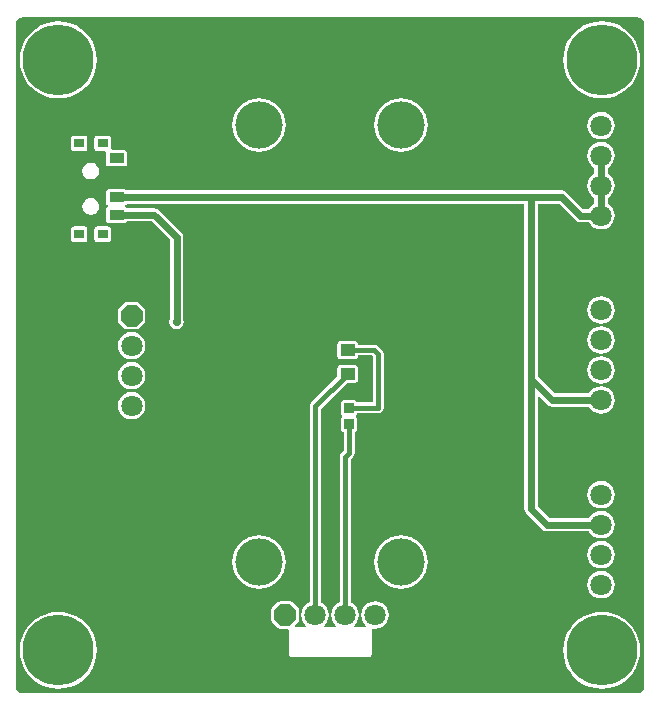
<source format=gtl>
G04 Layer_Physical_Order=1*
G04 Layer_Color=255*
%FSLAX44Y44*%
%MOMM*%
G71*
G01*
G75*
%ADD10R,1.2500X1.0000*%
%ADD11R,0.8500X0.8500*%
%ADD12R,0.9000X0.8000*%
%ADD13R,1.2500X0.9000*%
%ADD14C,0.4000*%
%ADD15C,0.6000*%
%ADD16C,0.3000*%
%ADD17P,1.9483X8X22.5*%
%ADD18C,1.8000*%
%ADD19P,1.9483X8X292.5*%
%ADD20C,4.0000*%
%ADD21C,6.0000*%
%ADD22C,0.7000*%
G36*
X537366Y585711D02*
X539371Y584371D01*
X540711Y582366D01*
X541149Y580167D01*
X541115Y580000D01*
Y20000D01*
X541149Y19833D01*
X540711Y17634D01*
X539371Y15629D01*
X537366Y14289D01*
X536199Y14057D01*
X535000Y13885D01*
Y13885D01*
X15000D01*
X14833Y13851D01*
X12634Y14289D01*
X10629Y15629D01*
X9289Y17634D01*
X9057Y18801D01*
X8885Y20000D01*
X8885D01*
Y580000D01*
X8851Y580167D01*
X9289Y582366D01*
X10629Y584371D01*
X12634Y585711D01*
X14833Y586149D01*
X15000Y586115D01*
X535000D01*
X535167Y586149D01*
X537366Y585711D01*
D02*
G37*
%LPC*%
G36*
X107000Y294190D02*
X103988Y293793D01*
X101180Y292630D01*
X98770Y290780D01*
X96920Y288370D01*
X95757Y285562D01*
X95360Y282550D01*
X95757Y279538D01*
X96920Y276730D01*
X98770Y274320D01*
X101180Y272470D01*
X103988Y271307D01*
X107000Y270910D01*
X110013Y271307D01*
X112820Y272470D01*
X115230Y274320D01*
X117080Y276730D01*
X118243Y279538D01*
X118640Y282550D01*
X118243Y285562D01*
X117080Y288370D01*
X115230Y290780D01*
X112820Y292630D01*
X110013Y293793D01*
X107000Y294190D01*
D02*
G37*
G36*
X296300Y311950D02*
X283800D01*
X282809Y311753D01*
X281969Y311191D01*
X281407Y310351D01*
X281210Y309360D01*
Y299360D01*
X281407Y298369D01*
X281969Y297529D01*
X282809Y296967D01*
X283800Y296770D01*
X296300D01*
X297291Y296967D01*
X298131Y297529D01*
X298693Y298369D01*
X298890Y299360D01*
Y299731D01*
X310403D01*
X311181Y298953D01*
Y260099D01*
X297924D01*
X297803Y260711D01*
X297241Y261551D01*
X296401Y262113D01*
X295410Y262310D01*
X286910D01*
X285919Y262113D01*
X285079Y261551D01*
X284517Y260711D01*
X284320Y259720D01*
Y251220D01*
X284517Y250229D01*
X285079Y249389D01*
X285364Y249198D01*
Y247742D01*
X285079Y247551D01*
X284517Y246711D01*
X284320Y245720D01*
Y237220D01*
X284517Y236229D01*
X285079Y235389D01*
X285919Y234827D01*
X286531Y234706D01*
Y219327D01*
X284427Y217223D01*
X283423Y215721D01*
X283071Y213950D01*
X283071Y213950D01*
Y90573D01*
X281880Y90080D01*
X279470Y88230D01*
X277620Y85820D01*
X276457Y83013D01*
X276061Y80000D01*
X276457Y76988D01*
X277620Y74180D01*
X279470Y71770D01*
X280395Y71060D01*
X279963Y69790D01*
X270037D01*
X269605Y71060D01*
X270530Y71770D01*
X272380Y74180D01*
X273543Y76988D01*
X273940Y80000D01*
X273543Y83013D01*
X272380Y85820D01*
X270530Y88230D01*
X268120Y90080D01*
X266929Y90573D01*
Y254693D01*
X289007Y276770D01*
X296300D01*
X297291Y276967D01*
X298131Y277529D01*
X298693Y278369D01*
X298890Y279360D01*
Y289360D01*
X298693Y290351D01*
X298131Y291191D01*
X297291Y291753D01*
X296300Y291950D01*
X283800D01*
X282809Y291753D01*
X281969Y291191D01*
X281407Y290351D01*
X281210Y289360D01*
Y282067D01*
X259027Y259883D01*
X258023Y258381D01*
X257671Y256610D01*
X257671Y256610D01*
Y90573D01*
X256480Y90080D01*
X254070Y88230D01*
X252220Y85820D01*
X251057Y83013D01*
X250660Y80000D01*
X251057Y76988D01*
X252220Y74180D01*
X254070Y71770D01*
X254995Y71060D01*
X254564Y69790D01*
X245512D01*
X245026Y70963D01*
X247731Y73669D01*
X248293Y74509D01*
X248490Y75500D01*
Y84500D01*
X248293Y85491D01*
X247731Y86331D01*
X243231Y90831D01*
X242391Y91393D01*
X241400Y91590D01*
X232400D01*
X231409Y91393D01*
X230569Y90831D01*
X226069Y86331D01*
X225507Y85491D01*
X225310Y84500D01*
Y75500D01*
X225507Y74509D01*
X226069Y73669D01*
X230569Y69169D01*
X231409Y68607D01*
X232400Y68410D01*
X238856D01*
X239910Y67200D01*
Y47200D01*
X240107Y46209D01*
X240669Y45369D01*
X241509Y44807D01*
X242500Y44610D01*
X307500D01*
X308491Y44807D01*
X309331Y45369D01*
X309893Y46209D01*
X310090Y47200D01*
Y67200D01*
X310033Y67483D01*
X311006Y68636D01*
X313100Y68360D01*
X316113Y68757D01*
X318920Y69920D01*
X321330Y71770D01*
X323180Y74180D01*
X324343Y76988D01*
X324740Y80000D01*
X324343Y83013D01*
X323180Y85820D01*
X321330Y88230D01*
X318920Y90080D01*
X316113Y91243D01*
X313100Y91639D01*
X310088Y91243D01*
X307280Y90080D01*
X304870Y88230D01*
X303020Y85820D01*
X301857Y83013D01*
X301460Y80000D01*
X301857Y76988D01*
X303020Y74180D01*
X304870Y71770D01*
X305795Y71060D01*
X305364Y69790D01*
X295436D01*
X295005Y71060D01*
X295930Y71770D01*
X297780Y74180D01*
X298943Y76988D01*
X299340Y80000D01*
X298943Y83013D01*
X297780Y85820D01*
X295930Y88230D01*
X293520Y90080D01*
X292329Y90573D01*
Y212033D01*
X294433Y214137D01*
X294433Y214137D01*
X295437Y215639D01*
X295789Y217410D01*
X295789Y217410D01*
Y234706D01*
X296401Y234827D01*
X297241Y235389D01*
X297803Y236229D01*
X298000Y237220D01*
Y245720D01*
X297803Y246711D01*
X297241Y247551D01*
X296957Y247742D01*
Y249198D01*
X297241Y249389D01*
X297803Y250229D01*
X297924Y250841D01*
X315810D01*
X317581Y251193D01*
X319083Y252197D01*
X320087Y253699D01*
X320439Y255470D01*
Y300870D01*
X320439Y300870D01*
X320087Y302641D01*
X319083Y304143D01*
X319083Y304143D01*
X315593Y307633D01*
X314091Y308637D01*
X312320Y308989D01*
X312320Y308989D01*
X298890D01*
Y309360D01*
X298693Y310351D01*
X298131Y311191D01*
X297291Y311753D01*
X296300Y311950D01*
D02*
G37*
G36*
X107000Y268790D02*
X103988Y268393D01*
X101180Y267230D01*
X98770Y265380D01*
X96920Y262970D01*
X95757Y260163D01*
X95360Y257150D01*
X95757Y254137D01*
X96920Y251330D01*
X98770Y248920D01*
X101180Y247070D01*
X103988Y245907D01*
X107000Y245511D01*
X110013Y245907D01*
X112820Y247070D01*
X115230Y248920D01*
X117080Y251330D01*
X118243Y254137D01*
X118640Y257150D01*
X118243Y260163D01*
X117080Y262970D01*
X115230Y265380D01*
X112820Y267230D01*
X110013Y268393D01*
X107000Y268790D01*
D02*
G37*
G36*
X504500Y324360D02*
X501488Y323963D01*
X498680Y322800D01*
X496270Y320950D01*
X494420Y318540D01*
X493257Y315733D01*
X492860Y312720D01*
X493257Y309708D01*
X494420Y306900D01*
X496270Y304490D01*
X498680Y302640D01*
X501488Y301477D01*
X504500Y301080D01*
X507513Y301477D01*
X510320Y302640D01*
X512730Y304490D01*
X514580Y306900D01*
X515743Y309708D01*
X516140Y312720D01*
X515743Y315733D01*
X514580Y318540D01*
X512730Y320950D01*
X510320Y322800D01*
X507513Y323963D01*
X504500Y324360D01*
D02*
G37*
G36*
X107000Y319590D02*
X103988Y319193D01*
X101180Y318030D01*
X98770Y316180D01*
X96920Y313770D01*
X95757Y310963D01*
X95360Y307950D01*
X95757Y304937D01*
X96920Y302130D01*
X98770Y299720D01*
X101180Y297870D01*
X103988Y296707D01*
X107000Y296311D01*
X110013Y296707D01*
X112820Y297870D01*
X115230Y299720D01*
X117080Y302130D01*
X118243Y304937D01*
X118640Y307950D01*
X118243Y310963D01*
X117080Y313770D01*
X115230Y316180D01*
X112820Y318030D01*
X110013Y319193D01*
X107000Y319590D01*
D02*
G37*
G36*
X504500Y298960D02*
X501488Y298563D01*
X498680Y297400D01*
X496270Y295550D01*
X494420Y293140D01*
X493257Y290333D01*
X492860Y287320D01*
X493257Y284307D01*
X494420Y281500D01*
X496270Y279090D01*
X498680Y277240D01*
X501488Y276077D01*
X504500Y275681D01*
X507513Y276077D01*
X510320Y277240D01*
X512730Y279090D01*
X514580Y281500D01*
X515743Y284307D01*
X516140Y287320D01*
X515743Y290333D01*
X514580Y293140D01*
X512730Y295550D01*
X510320Y297400D01*
X507513Y298563D01*
X504500Y298960D01*
D02*
G37*
G36*
Y193510D02*
X501488Y193113D01*
X498680Y191950D01*
X496270Y190100D01*
X494420Y187690D01*
X493257Y184883D01*
X492860Y181870D01*
X493257Y178857D01*
X494420Y176050D01*
X496270Y173640D01*
X498680Y171790D01*
X501488Y170627D01*
X504500Y170231D01*
X507513Y170627D01*
X510320Y171790D01*
X512730Y173640D01*
X514580Y176050D01*
X515743Y178857D01*
X516140Y181870D01*
X515743Y184883D01*
X514580Y187690D01*
X512730Y190100D01*
X510320Y191950D01*
X507513Y193113D01*
X504500Y193510D01*
D02*
G37*
G36*
Y117310D02*
X501488Y116913D01*
X498680Y115750D01*
X496270Y113900D01*
X494420Y111490D01*
X493257Y108683D01*
X492860Y105670D01*
X493257Y102657D01*
X494420Y99850D01*
X496270Y97440D01*
X498680Y95590D01*
X501488Y94427D01*
X504500Y94031D01*
X507513Y94427D01*
X510320Y95590D01*
X512730Y97440D01*
X514580Y99850D01*
X515743Y102657D01*
X516140Y105670D01*
X515743Y108683D01*
X514580Y111490D01*
X512730Y113900D01*
X510320Y115750D01*
X507513Y116913D01*
X504500Y117310D01*
D02*
G37*
G36*
X505000Y82641D02*
X499894Y82239D01*
X494913Y81043D01*
X490182Y79083D01*
X485814Y76407D01*
X481920Y73080D01*
X478593Y69186D01*
X475917Y64819D01*
X473957Y60086D01*
X472761Y55106D01*
X472359Y50000D01*
X472761Y44894D01*
X473957Y39913D01*
X475917Y35182D01*
X478593Y30814D01*
X481920Y26920D01*
X485814Y23593D01*
X490182Y20917D01*
X494913Y18957D01*
X499894Y17761D01*
X505000Y17359D01*
X510106Y17761D01*
X515087Y18957D01*
X519818Y20917D01*
X524186Y23593D01*
X528080Y26920D01*
X531407Y30814D01*
X534083Y35182D01*
X536043Y39913D01*
X537239Y44894D01*
X537641Y50000D01*
X537239Y55106D01*
X536043Y60086D01*
X534083Y64819D01*
X531407Y69186D01*
X528080Y73080D01*
X524186Y76407D01*
X519818Y79083D01*
X515087Y81043D01*
X510106Y82239D01*
X505000Y82641D01*
D02*
G37*
G36*
X45000D02*
X39894Y82239D01*
X34913Y81043D01*
X30182Y79083D01*
X25814Y76407D01*
X21920Y73080D01*
X18593Y69186D01*
X15917Y64819D01*
X13957Y60086D01*
X12761Y55106D01*
X12359Y50000D01*
X12761Y44894D01*
X13957Y39913D01*
X15917Y35182D01*
X18593Y30814D01*
X21920Y26920D01*
X25814Y23593D01*
X30182Y20917D01*
X34913Y18957D01*
X39894Y17761D01*
X45000Y17359D01*
X50106Y17761D01*
X55086Y18957D01*
X59819Y20917D01*
X64186Y23593D01*
X68080Y26920D01*
X71407Y30814D01*
X74083Y35182D01*
X76043Y39913D01*
X77239Y44894D01*
X77641Y50000D01*
X77239Y55106D01*
X76043Y60086D01*
X74083Y64819D01*
X71407Y69186D01*
X68080Y73080D01*
X64186Y76407D01*
X59819Y79083D01*
X55086Y81043D01*
X50106Y82239D01*
X45000Y82641D01*
D02*
G37*
G36*
X504500Y142710D02*
X501488Y142313D01*
X498680Y141150D01*
X496270Y139300D01*
X494420Y136890D01*
X493257Y134083D01*
X492860Y131070D01*
X493257Y128057D01*
X494420Y125250D01*
X496270Y122840D01*
X498680Y120990D01*
X501488Y119827D01*
X504500Y119431D01*
X507513Y119827D01*
X510320Y120990D01*
X512730Y122840D01*
X514580Y125250D01*
X515743Y128057D01*
X516140Y131070D01*
X515743Y134083D01*
X514580Y136890D01*
X512730Y139300D01*
X510320Y141150D01*
X507513Y142313D01*
X504500Y142710D01*
D02*
G37*
G36*
X335000Y147649D02*
X330581Y147214D01*
X326333Y145925D01*
X322417Y143832D01*
X318985Y141015D01*
X316168Y137583D01*
X314075Y133667D01*
X312786Y129419D01*
X312351Y125000D01*
X312786Y120581D01*
X314075Y116333D01*
X316168Y112417D01*
X318985Y108985D01*
X322417Y106168D01*
X326333Y104075D01*
X330581Y102786D01*
X335000Y102351D01*
X339419Y102786D01*
X343667Y104075D01*
X347583Y106168D01*
X351015Y108985D01*
X353832Y112417D01*
X355925Y116333D01*
X357214Y120581D01*
X357649Y125000D01*
X357214Y129419D01*
X355925Y133667D01*
X353832Y137583D01*
X351015Y141015D01*
X347583Y143832D01*
X343667Y145925D01*
X339419Y147214D01*
X335000Y147649D01*
D02*
G37*
G36*
X215000D02*
X210581Y147214D01*
X206333Y145925D01*
X202417Y143832D01*
X198985Y141015D01*
X196168Y137583D01*
X194075Y133667D01*
X192786Y129419D01*
X192351Y125000D01*
X192786Y120581D01*
X194075Y116333D01*
X196168Y112417D01*
X198985Y108985D01*
X202417Y106168D01*
X206333Y104075D01*
X210581Y102786D01*
X215000Y102351D01*
X219419Y102786D01*
X223667Y104075D01*
X227583Y106168D01*
X231015Y108985D01*
X233832Y112417D01*
X235925Y116333D01*
X237214Y120581D01*
X237649Y125000D01*
X237214Y129419D01*
X235925Y133667D01*
X233832Y137583D01*
X231015Y141015D01*
X227583Y143832D01*
X223667Y145925D01*
X219419Y147214D01*
X215000Y147649D01*
D02*
G37*
G36*
X111500Y344940D02*
X102500D01*
X101509Y344743D01*
X100669Y344181D01*
X96169Y339681D01*
X95607Y338841D01*
X95410Y337850D01*
Y328850D01*
X95607Y327859D01*
X96169Y327019D01*
X100669Y322519D01*
X101509Y321957D01*
X102500Y321760D01*
X111500D01*
X112491Y321957D01*
X113331Y322519D01*
X117831Y327019D01*
X118393Y327859D01*
X118590Y328850D01*
Y337850D01*
X118393Y338841D01*
X117831Y339681D01*
X113331Y344181D01*
X112491Y344743D01*
X111500Y344940D01*
D02*
G37*
G36*
X66980Y485940D02*
X57980D01*
X56989Y485743D01*
X56149Y485181D01*
X55587Y484341D01*
X55390Y483350D01*
Y475350D01*
X55587Y474359D01*
X56149Y473519D01*
X56989Y472957D01*
X57980Y472760D01*
X66980D01*
X67971Y472957D01*
X68811Y473519D01*
X69373Y474359D01*
X69570Y475350D01*
Y483350D01*
X69373Y484341D01*
X68811Y485181D01*
X67971Y485743D01*
X66980Y485940D01*
D02*
G37*
G36*
X335000Y517649D02*
X330581Y517214D01*
X326333Y515925D01*
X322417Y513832D01*
X318985Y511015D01*
X316168Y507583D01*
X314075Y503667D01*
X312786Y499419D01*
X312351Y495000D01*
X312786Y490581D01*
X314075Y486333D01*
X316168Y482417D01*
X318985Y478985D01*
X322417Y476168D01*
X326333Y474075D01*
X330581Y472786D01*
X335000Y472351D01*
X339419Y472786D01*
X343667Y474075D01*
X347583Y476168D01*
X351015Y478985D01*
X353832Y482417D01*
X355925Y486333D01*
X357214Y490581D01*
X357649Y495000D01*
X357214Y499419D01*
X355925Y503667D01*
X353832Y507583D01*
X351015Y511015D01*
X347583Y513832D01*
X343667Y515925D01*
X339419Y517214D01*
X335000Y517649D01*
D02*
G37*
G36*
X215000D02*
X210581Y517214D01*
X206333Y515925D01*
X202417Y513832D01*
X198985Y511015D01*
X196168Y507583D01*
X194075Y503667D01*
X192786Y499419D01*
X192351Y495000D01*
X192786Y490581D01*
X194075Y486333D01*
X196168Y482417D01*
X198985Y478985D01*
X202417Y476168D01*
X206333Y474075D01*
X210581Y472786D01*
X215000Y472351D01*
X219419Y472786D01*
X223667Y474075D01*
X227583Y476168D01*
X231015Y478985D01*
X233832Y482417D01*
X235925Y486333D01*
X237214Y490581D01*
X237649Y495000D01*
X237214Y499419D01*
X235925Y503667D01*
X233832Y507583D01*
X231015Y511015D01*
X227583Y513832D01*
X223667Y515925D01*
X219419Y517214D01*
X215000Y517649D01*
D02*
G37*
G36*
X505000Y582641D02*
X499894Y582239D01*
X494913Y581043D01*
X490182Y579083D01*
X485814Y576407D01*
X481920Y573080D01*
X478593Y569186D01*
X475917Y564818D01*
X473957Y560087D01*
X472761Y555106D01*
X472359Y550000D01*
X472761Y544894D01*
X473957Y539913D01*
X475917Y535182D01*
X478593Y530814D01*
X481920Y526920D01*
X485814Y523593D01*
X490182Y520917D01*
X494913Y518957D01*
X499894Y517761D01*
X505000Y517359D01*
X510106Y517761D01*
X515087Y518957D01*
X519818Y520917D01*
X524186Y523593D01*
X528080Y526920D01*
X531407Y530814D01*
X534083Y535182D01*
X536043Y539913D01*
X537239Y544894D01*
X537641Y550000D01*
X537239Y555106D01*
X536043Y560087D01*
X534083Y564818D01*
X531407Y569186D01*
X528080Y573080D01*
X524186Y576407D01*
X519818Y579083D01*
X515087Y581043D01*
X510106Y582239D01*
X505000Y582641D01*
D02*
G37*
G36*
X45000D02*
X39894Y582239D01*
X34913Y581043D01*
X30182Y579083D01*
X25814Y576407D01*
X21920Y573080D01*
X18593Y569186D01*
X15917Y564818D01*
X13957Y560087D01*
X12761Y555106D01*
X12359Y550000D01*
X12761Y544894D01*
X13957Y539913D01*
X15917Y535182D01*
X18593Y530814D01*
X21920Y526920D01*
X25814Y523593D01*
X30182Y520917D01*
X34913Y518957D01*
X39894Y517761D01*
X45000Y517359D01*
X50106Y517761D01*
X55086Y518957D01*
X59819Y520917D01*
X64186Y523593D01*
X68080Y526920D01*
X71407Y530814D01*
X74083Y535182D01*
X76043Y539913D01*
X77239Y544894D01*
X77641Y550000D01*
X77239Y555106D01*
X76043Y560087D01*
X74083Y564818D01*
X71407Y569186D01*
X68080Y573080D01*
X64186Y576407D01*
X59819Y579083D01*
X55086Y581043D01*
X50106Y582239D01*
X45000Y582641D01*
D02*
G37*
G36*
X504500Y505960D02*
X501488Y505563D01*
X498680Y504400D01*
X496270Y502550D01*
X494420Y500140D01*
X493257Y497333D01*
X492860Y494320D01*
X493257Y491307D01*
X494420Y488500D01*
X496270Y486090D01*
X498680Y484240D01*
X501488Y483077D01*
X504500Y482681D01*
X507513Y483077D01*
X510320Y484240D01*
X512730Y486090D01*
X514580Y488500D01*
X515743Y491307D01*
X516140Y494320D01*
X515743Y497333D01*
X514580Y500140D01*
X512730Y502550D01*
X510320Y504400D01*
X507513Y505563D01*
X504500Y505960D01*
D02*
G37*
G36*
X86980Y485940D02*
X77980D01*
X76989Y485743D01*
X76149Y485181D01*
X75587Y484341D01*
X75390Y483350D01*
Y475350D01*
X75587Y474359D01*
X76149Y473519D01*
X76989Y472957D01*
X77980Y472760D01*
X84456D01*
X85418Y471490D01*
X85390Y471350D01*
Y462350D01*
X85587Y461359D01*
X86149Y460519D01*
X86989Y459957D01*
X87980Y459760D01*
X100480D01*
X101471Y459957D01*
X102311Y460519D01*
X102873Y461359D01*
X103070Y462350D01*
Y471350D01*
X102873Y472341D01*
X102311Y473181D01*
X101471Y473743D01*
X100480Y473940D01*
X90504D01*
X89542Y475210D01*
X89570Y475350D01*
Y483350D01*
X89373Y484341D01*
X88811Y485181D01*
X87971Y485743D01*
X86980Y485940D01*
D02*
G37*
G36*
Y408940D02*
X77980D01*
X76989Y408743D01*
X76149Y408181D01*
X75587Y407341D01*
X75390Y406350D01*
Y398350D01*
X75587Y397359D01*
X76149Y396519D01*
X76989Y395957D01*
X77980Y395760D01*
X86980D01*
X87971Y395957D01*
X88811Y396519D01*
X89373Y397359D01*
X89570Y398350D01*
Y406350D01*
X89373Y407341D01*
X88811Y408181D01*
X87971Y408743D01*
X86980Y408940D01*
D02*
G37*
G36*
X66980D02*
X57980D01*
X56989Y408743D01*
X56149Y408181D01*
X55587Y407341D01*
X55390Y406350D01*
Y398350D01*
X55587Y397359D01*
X56149Y396519D01*
X56989Y395957D01*
X57980Y395760D01*
X66980D01*
X67971Y395957D01*
X68811Y396519D01*
X69373Y397359D01*
X69570Y398350D01*
Y406350D01*
X69373Y407341D01*
X68811Y408181D01*
X67971Y408743D01*
X66980Y408940D01*
D02*
G37*
G36*
X504500Y349760D02*
X501488Y349363D01*
X498680Y348200D01*
X496270Y346350D01*
X494420Y343940D01*
X493257Y341133D01*
X492860Y338120D01*
X493257Y335107D01*
X494420Y332300D01*
X496270Y329890D01*
X498680Y328040D01*
X501488Y326877D01*
X504500Y326480D01*
X507513Y326877D01*
X510320Y328040D01*
X512730Y329890D01*
X514580Y332300D01*
X515743Y335107D01*
X516140Y338120D01*
X515743Y341133D01*
X514580Y343940D01*
X512730Y346350D01*
X510320Y348200D01*
X507513Y349363D01*
X504500Y349760D01*
D02*
G37*
G36*
X72985Y462978D02*
X71975D01*
X70219Y462629D01*
X69285Y462242D01*
X67797Y461248D01*
X67797Y461248D01*
X67082Y460533D01*
X67082Y460533D01*
X66088Y459045D01*
X65701Y458111D01*
X65352Y456355D01*
Y456100D01*
X65302Y455850D01*
X65352Y455600D01*
Y455345D01*
X65701Y453589D01*
X66088Y452655D01*
X67082Y451167D01*
X67082Y451167D01*
X67797Y450452D01*
X67797Y450452D01*
X69285Y449458D01*
X70219Y449071D01*
X71975Y448722D01*
X72985D01*
X74741Y449071D01*
X75675Y449458D01*
X77163Y450452D01*
X77163Y450452D01*
X77878Y451167D01*
X77878Y451167D01*
X78872Y452655D01*
X79259Y453589D01*
X79608Y455345D01*
Y455600D01*
X79658Y455850D01*
X79608Y456100D01*
Y456355D01*
X79259Y458111D01*
X78872Y459045D01*
X77878Y460533D01*
X77878Y460533D01*
X77163Y461248D01*
X77163Y461248D01*
X75675Y462242D01*
X74741Y462629D01*
X72985Y462978D01*
D02*
G37*
G36*
X504500Y480560D02*
X501488Y480163D01*
X498680Y479000D01*
X496270Y477150D01*
X494420Y474740D01*
X493257Y471933D01*
X492860Y468920D01*
X493257Y465908D01*
X494420Y463100D01*
X496270Y460690D01*
X498680Y458840D01*
X498852Y458769D01*
Y453671D01*
X498680Y453600D01*
X496270Y451750D01*
X494420Y449340D01*
X493257Y446533D01*
X492860Y443520D01*
X493257Y440508D01*
X494420Y437700D01*
X496270Y435290D01*
X498680Y433440D01*
X498852Y433369D01*
Y428271D01*
X498680Y428200D01*
X496270Y426350D01*
X494420Y423940D01*
X494349Y423769D01*
X489220D01*
X475144Y437844D01*
X473312Y439068D01*
X471150Y439498D01*
X471150Y439498D01*
X102767D01*
X102311Y440181D01*
X101471Y440743D01*
X100480Y440940D01*
X87980D01*
X86989Y440743D01*
X86149Y440181D01*
X85587Y439341D01*
X85390Y438350D01*
Y429350D01*
X85587Y428359D01*
X86149Y427519D01*
X86896Y427019D01*
X86970Y426350D01*
X86896Y425681D01*
X86149Y425181D01*
X85587Y424341D01*
X85390Y423350D01*
Y414350D01*
X85587Y413359D01*
X86149Y412519D01*
X86989Y411957D01*
X87980Y411760D01*
X100480D01*
X101471Y411957D01*
X102311Y412519D01*
X102767Y413201D01*
X123810D01*
X139352Y397660D01*
Y330418D01*
X139311Y330357D01*
X138842Y328000D01*
X139311Y325643D01*
X140645Y323645D01*
X142643Y322310D01*
X145000Y321842D01*
X147357Y322310D01*
X149355Y323645D01*
X150690Y325643D01*
X151158Y328000D01*
X150690Y330357D01*
X150648Y330418D01*
Y400000D01*
X150649Y400000D01*
X150219Y402162D01*
X148994Y403994D01*
X148994Y403994D01*
X130144Y422844D01*
X128312Y424068D01*
X126150Y424498D01*
X126150Y424498D01*
X102767D01*
X102311Y425181D01*
X101564Y425681D01*
X101490Y426350D01*
X101564Y427019D01*
X102311Y427519D01*
X102767Y428201D01*
X439352D01*
Y280000D01*
X439351Y280000D01*
X439352Y280000D01*
Y170000D01*
X439351Y170000D01*
X439781Y167838D01*
X441006Y166006D01*
X454536Y152476D01*
X456368Y151251D01*
X458530Y150822D01*
X458530Y150822D01*
X494349D01*
X494420Y150650D01*
X496270Y148240D01*
X498680Y146390D01*
X501488Y145227D01*
X504500Y144831D01*
X507513Y145227D01*
X510320Y146390D01*
X512730Y148240D01*
X514580Y150650D01*
X515743Y153457D01*
X516140Y156470D01*
X515743Y159483D01*
X514580Y162290D01*
X512730Y164700D01*
X510320Y166550D01*
X507513Y167713D01*
X504500Y168110D01*
X501488Y167713D01*
X498680Y166550D01*
X496270Y164700D01*
X494420Y162290D01*
X494349Y162118D01*
X460870D01*
X450648Y172340D01*
Y264704D01*
X451822Y265190D01*
X459086Y257926D01*
X459086Y257926D01*
X460918Y256702D01*
X463080Y256271D01*
X463080Y256271D01*
X494349D01*
X494420Y256100D01*
X496270Y253690D01*
X498680Y251840D01*
X501488Y250677D01*
X504500Y250280D01*
X507513Y250677D01*
X510320Y251840D01*
X512730Y253690D01*
X514580Y256100D01*
X515743Y258908D01*
X516140Y261920D01*
X515743Y264933D01*
X514580Y267740D01*
X512730Y270150D01*
X510320Y272000D01*
X507513Y273163D01*
X504500Y273560D01*
X501488Y273163D01*
X498680Y272000D01*
X496270Y270150D01*
X494420Y267740D01*
X494349Y267569D01*
X465420D01*
X450648Y282340D01*
Y428201D01*
X468810D01*
X482886Y414126D01*
X482886Y414126D01*
X484718Y412901D01*
X486880Y412472D01*
X494349D01*
X494420Y412300D01*
X496270Y409890D01*
X498680Y408040D01*
X501488Y406877D01*
X504500Y406480D01*
X507513Y406877D01*
X510320Y408040D01*
X512730Y409890D01*
X514580Y412300D01*
X515743Y415107D01*
X516140Y418120D01*
X515743Y421133D01*
X514580Y423940D01*
X512730Y426350D01*
X510320Y428200D01*
X510149Y428271D01*
Y433369D01*
X510320Y433440D01*
X512730Y435290D01*
X514580Y437700D01*
X515743Y440508D01*
X516140Y443520D01*
X515743Y446533D01*
X514580Y449340D01*
X512730Y451750D01*
X510320Y453600D01*
X510149Y453671D01*
Y458769D01*
X510320Y458840D01*
X512730Y460690D01*
X514580Y463100D01*
X515743Y465908D01*
X516140Y468920D01*
X515743Y471933D01*
X514580Y474740D01*
X512730Y477150D01*
X510320Y479000D01*
X507513Y480163D01*
X504500Y480560D01*
D02*
G37*
G36*
X72985Y432978D02*
X71975D01*
X70219Y432629D01*
X69285Y432242D01*
X67797Y431248D01*
X67797Y431248D01*
X67082Y430533D01*
X67082Y430533D01*
X66088Y429045D01*
X65701Y428111D01*
X65352Y426355D01*
Y426100D01*
X65302Y425850D01*
X65352Y425600D01*
Y425345D01*
X65701Y423589D01*
X66088Y422655D01*
X67082Y421167D01*
X67082Y421167D01*
X67797Y420452D01*
X67797Y420452D01*
X69285Y419458D01*
X70219Y419071D01*
X71975Y418722D01*
X72985D01*
X74741Y419071D01*
X75675Y419458D01*
X77163Y420452D01*
X77163Y420452D01*
X77878Y421167D01*
X77878Y421167D01*
X78872Y422655D01*
X79259Y423589D01*
X79608Y425345D01*
Y425600D01*
X79658Y425850D01*
X79608Y426100D01*
Y426355D01*
X79259Y428111D01*
X78872Y429045D01*
X77878Y430533D01*
X77878Y430533D01*
X77163Y431248D01*
X77163Y431248D01*
X75675Y432242D01*
X74741Y432629D01*
X72985Y432978D01*
D02*
G37*
%LPD*%
D10*
X290050Y304360D02*
D03*
Y284360D02*
D03*
D11*
X291160Y255470D02*
D03*
Y241470D02*
D03*
D12*
X82480Y479350D02*
D03*
X62480D02*
D03*
X82480Y402350D02*
D03*
X62480D02*
D03*
D13*
X94230Y418850D02*
D03*
Y433850D02*
D03*
Y466850D02*
D03*
D14*
X287700Y80000D02*
Y213950D01*
X291160Y217410D01*
Y241470D01*
Y255470D02*
X315810D01*
Y300870D01*
X312320Y304360D02*
X315810Y300870D01*
X290050Y304360D02*
X312320D01*
X262300Y256610D02*
X290050Y284360D01*
X262300Y80000D02*
Y256610D01*
D15*
X145000Y328000D02*
Y400000D01*
X126150Y418850D02*
X145000Y400000D01*
X94230Y418850D02*
X126150D01*
X471150Y433850D02*
X486880Y418120D01*
X504500D01*
Y443520D01*
Y468920D01*
X445000Y280000D02*
Y433850D01*
Y280000D02*
X463080Y261920D01*
X504500D01*
X94230Y433850D02*
X445000D01*
X471150D01*
X445000Y170000D02*
Y280000D01*
Y170000D02*
X458530Y156470D01*
X504500D01*
D16*
X107000Y257150D02*
X107100Y257250D01*
X107000Y282550D02*
X107450Y283000D01*
D17*
X236900Y80000D02*
D03*
D18*
X262300D02*
D03*
X287700D02*
D03*
X313100D02*
D03*
X504500Y156470D02*
D03*
Y131070D02*
D03*
Y105670D02*
D03*
Y181870D02*
D03*
Y312720D02*
D03*
Y287320D02*
D03*
Y261920D02*
D03*
Y338120D02*
D03*
X107000Y257150D02*
D03*
Y282550D02*
D03*
Y307950D02*
D03*
X504500Y468920D02*
D03*
Y443520D02*
D03*
Y418120D02*
D03*
Y494320D02*
D03*
D19*
X107000Y333350D02*
D03*
D20*
X335000Y125000D02*
D03*
X215000D02*
D03*
X335000Y495000D02*
D03*
X215000D02*
D03*
D21*
X505000Y50000D02*
D03*
X45000D02*
D03*
Y550000D02*
D03*
X505000D02*
D03*
D22*
X145000Y328000D02*
D03*
M02*

</source>
